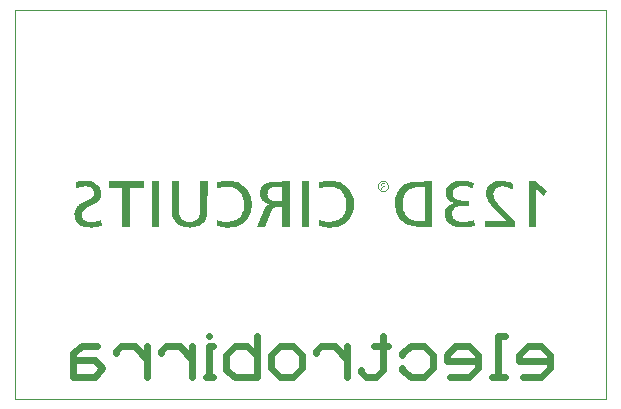
<source format=gbo>
G75*
G71*
%OFA0B0*%
%FSLAX23Y23*%
%IPPOS*%
%LPD*%
%ADD10C,0.1*%
%ADD11C,0.583*%
%LPD*%D10*
X0Y0D02*
X0Y100D01*
X0Y200D01*
X0Y299D01*
X0Y399D01*
X0Y499D01*
X0Y599D01*
X0Y699D01*
X0Y798D01*
X0Y898D01*
X0Y998D01*
X0Y1098D01*
X0Y1198D01*
X0Y1297D01*
X0Y1397D01*
X0Y1497D01*
X0Y1597D01*
X0Y1697D01*
X0Y1796D01*
X0Y1896D01*
X0Y1996D01*
X0Y2096D01*
X0Y2196D01*
X0Y2295D01*
X0Y2395D01*
X0Y2495D01*
X0Y2595D01*
X0Y2695D01*
X0Y2794D01*
X0Y2894D01*
X0Y2994D01*
X0Y3094D01*
X0Y3193D01*
X0Y3293D01*
X0Y3393D01*
X0Y3493D01*
X0Y3593D01*
X0Y3692D01*
X0Y3792D01*
X0Y3892D01*
X0Y3992D01*
X0Y4092D01*
X0Y4191D01*
X0Y4291D01*
X0Y4391D01*
X0Y4491D01*
X0Y4591D01*
X0Y4690D01*
X0Y4790D01*
X0Y4890D01*
X0Y4990D01*
X0Y5090D01*
X0Y5189D01*
X0Y5289D01*
X0Y5389D01*
X0Y5489D01*
X0Y5589D01*
X0Y5688D01*
X0Y5788D01*
X0Y5888D01*
X0Y5988D01*
X0Y6088D01*
X0Y6187D01*
X0Y6287D01*
X0Y6387D01*
X0Y6487D01*
X0Y6587D01*
X0Y6686D01*
X0Y6786D01*
X0Y6886D01*
X0Y6986D01*
X0Y7086D01*
X0Y7185D01*
X0Y7285D01*
X0Y7385D01*
X0Y7485D01*
X0Y7585D01*
X0Y7684D01*
X0Y7784D01*
X0Y7884D01*
X0Y7984D01*
X0Y8084D01*
X0Y8183D01*
X0Y8283D01*
X0Y8383D01*
X0Y8483D01*
X0Y8583D01*
X0Y8682D01*
X0Y8782D01*
X0Y8882D01*
X0Y8982D01*
X0Y9081D01*
X0Y9181D01*
X0Y9281D01*
X0Y9381D01*
X0Y9481D01*
X0Y9580D01*
X0Y9680D01*
X0Y9780D01*
X0Y9880D01*
X0Y9980D01*
X0Y10079D01*
X0Y10179D01*
X0Y10279D01*
X0Y10379D01*
X0Y10479D01*
X0Y10578D01*
X0Y10678D01*
X0Y10778D01*
X0Y10878D01*
X0Y10978D01*
X0Y11077D01*
X0Y11177D01*
X0Y11277D01*
X0Y11377D01*
X0Y11477D01*
X0Y11576D01*
X0Y11676D01*
X0Y11776D01*
X0Y11876D01*
X0Y11976D01*
X0Y12075D01*
X0Y12175D01*
X0Y12275D01*
X0Y12375D01*
X0Y12475D01*
X0Y12574D01*
X0Y12674D01*
X0Y12774D01*
X0Y12874D01*
X0Y12974D01*
X0Y13073D01*
X0Y13173D01*
X0Y13273D01*
X0Y13373D01*
X0Y13473D01*
X0Y13572D01*
X0Y13672D01*
X0Y13772D01*
X0Y13872D01*
X0Y13972D01*
X0Y14071D01*
X0Y14171D01*
X0Y14271D01*
X0Y14371D01*
X0Y14471D01*
X0Y14570D01*
X0Y14670D01*
X0Y14770D01*
X0Y14870D01*
X0Y14970D01*
X0Y15069D01*
X0Y15169D01*
X0Y15269D01*
X0Y15369D01*
X0Y15469D01*
X0Y15568D01*
X0Y15668D01*
X0Y15768D01*
X0Y15868D01*
X0Y15967D01*
X0Y16067D01*
X0Y16167D01*
X0Y16267D01*
X0Y16367D01*
X0Y16466D01*
X0Y16566D01*
X0Y16666D01*
X0Y16766D01*
X0Y16866D01*
X0Y16965D01*
X0Y17065D01*
X0Y17165D01*
X0Y17265D01*
X0Y17365D01*
X0Y17464D01*
X0Y17564D01*
X0Y17664D01*
X0Y17764D01*
X0Y17864D01*
X0Y17963D01*
X0Y18063D01*
X0Y18163D01*
X0Y18263D01*
X0Y18363D01*
X0Y18462D01*
X0Y18562D01*
X0Y18662D01*
X0Y18762D01*
X0Y18862D01*
X0Y18961D01*
X0Y19061D01*
X0Y19161D01*
X0Y19261D01*
X0Y19361D01*
X0Y19460D01*
X0Y19560D01*
X0Y19660D01*
X0Y19760D01*
X0Y19860D01*
X0Y19959D01*
X0Y20059D01*
X0Y20159D01*
X0Y20259D01*
X0Y20359D01*
X0Y20458D01*
X0Y20558D01*
X0Y20658D01*
X0Y20758D01*
X0Y20858D01*
X0Y20957D01*
X0Y21057D01*
X0Y21157D01*
X0Y21257D01*
X0Y21357D01*
X0Y21456D01*
X0Y21556D01*
X0Y21656D01*
X0Y21756D01*
X0Y21856D01*
X0Y21955D01*
X0Y22055D01*
X0Y22155D01*
X0Y22255D01*
X0Y22355D01*
X0Y22454D01*
X0Y22554D01*
X0Y22654D01*
X0Y22754D01*
X0Y22853D01*
X0Y22953D01*
X0Y23053D01*
X0Y23153D01*
X0Y23253D01*
X0Y23352D01*
X0Y23452D01*
X0Y23552D01*
X0Y23652D01*
X0Y23752D01*
X0Y23851D01*
X0Y23951D01*
X0Y24051D01*
X0Y24151D01*
X0Y24251D01*
X0Y24350D01*
X0Y24450D01*
X0Y24550D01*
X0Y24650D01*
X0Y24750D01*
X0Y24849D01*
X0Y24949D01*
X0Y25049D01*
X0Y25149D01*
X0Y25249D01*
X0Y25348D01*
X0Y25448D01*
X0Y25548D01*
X0Y25648D01*
X0Y25748D01*
X0Y25847D01*
X0Y25947D01*
X0Y26047D01*
X0Y26147D01*
X0Y26247D01*
X0Y26346D01*
X0Y26446D01*
X0Y26546D01*
X0Y26646D01*
X0Y26746D01*
X0Y26845D01*
X0Y26945D01*
X0Y27045D01*
X0Y27145D01*
X0Y27245D01*
X0Y27344D01*
X0Y27444D01*
X0Y27544D01*
X0Y27644D01*
X0Y27744D01*
X0Y27843D01*
X0Y27943D01*
X0Y28043D01*
X0Y28143D01*
X0Y28243D01*
X0Y28342D01*
X0Y28442D01*
X0Y28542D01*
X0Y28642D01*
X0Y28742D01*
X0Y28841D01*
X0Y28941D01*
X0Y29041D01*
X0Y29141D01*
X0Y29241D01*
X0Y29340D01*
X0Y29440D01*
X0Y29540D01*
X0Y29640D01*
X0Y29740D01*
X0Y29839D01*
X0Y29939D01*
X0Y30039D01*
X0Y30139D01*
X0Y30239D01*
X0Y30338D01*
X0Y30438D01*
X0Y30538D01*
X0Y30638D01*
X0Y30737D01*
X0Y30837D01*
X0Y30937D01*
X0Y31037D01*
X0Y31137D01*
X0Y31236D01*
X0Y31336D01*
X0Y31436D01*
X0Y31536D01*
X0Y31636D01*
X0Y31735D01*
X0Y31835D01*
X0Y31935D01*
X0Y32035D01*
X0Y32135D01*
X0Y32234D01*
X0Y32334D01*
X0Y32434D01*
X0Y32534D01*
X0Y32634D01*
X0Y32733D01*
X0Y32833D01*
X0Y32933D01*
X100Y32933D01*
X200Y32933D01*
X300Y32933D01*
X400Y32933D01*
X500Y32933D01*
X600Y32933D01*
X700Y32933D01*
X800Y32933D01*
X900Y32933D01*
X1000Y32933D01*
X1100Y32933D01*
X1200Y32933D01*
X1300Y32933D01*
X1400Y32933D01*
X1500Y32933D01*
X1600Y32933D01*
X1700Y32933D01*
X1800Y32933D01*
X1900Y32933D01*
X2000Y32933D01*
X2100Y32933D01*
X2200Y32933D01*
X2300Y32933D01*
X2400Y32933D01*
X2500Y32933D01*
X2600Y32933D01*
X2700Y32933D01*
X2800Y32933D01*
X2900Y32933D01*
X3000Y32933D01*
X3100Y32933D01*
X3200Y32933D01*
X3300Y32933D01*
X3400Y32933D01*
X3500Y32933D01*
X3600Y32933D01*
X3700Y32933D01*
X3800Y32933D01*
X3900Y32933D01*
X4000Y32933D01*
X4100Y32933D01*
X4200Y32933D01*
X4300Y32933D01*
X4400Y32933D01*
X4500Y32933D01*
X4600Y32933D01*
X4700Y32933D01*
X4800Y32933D01*
X4900Y32933D01*
X5000Y32933D01*
X5100Y32933D01*
X5200Y32933D01*
X5300Y32933D01*
X5400Y32933D01*
X5500Y32933D01*
X5600Y32933D01*
X5700Y32933D01*
X5800Y32933D01*
X5900Y32933D01*
X6000Y32933D01*
X6100Y32933D01*
X6200Y32933D01*
X6300Y32933D01*
X6400Y32933D01*
X6500Y32933D01*
X6600Y32933D01*
X6700Y32933D01*
X6800Y32933D01*
X6900Y32933D01*
X7000Y32933D01*
X7100Y32933D01*
X7200Y32933D01*
X7300Y32933D01*
X7400Y32933D01*
X7500Y32933D01*
X7600Y32933D01*
X7700Y32933D01*
X7800Y32933D01*
X7900Y32933D01*
X8000Y32933D01*
X8100Y32933D01*
X8200Y32933D01*
X8300Y32933D01*
X8400Y32933D01*
X8500Y32933D01*
X8600Y32933D01*
X8700Y32933D01*
X8800Y32933D01*
X8900Y32933D01*
X9000Y32933D01*
X9100Y32933D01*
X9200Y32933D01*
X9300Y32933D01*
X9400Y32933D01*
X9500Y32933D01*
X9600Y32933D01*
X9700Y32933D01*
X9800Y32933D01*
X9900Y32933D01*
X10000Y32933D01*
X10100Y32933D01*
X10200Y32933D01*
X10300Y32933D01*
X10400Y32933D01*
X10500Y32933D01*
X10600Y32933D01*
X10700Y32933D01*
X10800Y32933D01*
X10900Y32933D01*
X11000Y32933D01*
X11100Y32933D01*
X11200Y32933D01*
X11300Y32933D01*
X11400Y32933D01*
X11500Y32933D01*
X11600Y32933D01*
X11700Y32933D01*
X11800Y32933D01*
X11900Y32933D01*
X12000Y32933D01*
X12100Y32933D01*
X12200Y32933D01*
X12300Y32933D01*
X12400Y32933D01*
X12500Y32933D01*
X12600Y32933D01*
X12700Y32933D01*
X12800Y32933D01*
X12900Y32933D01*
X13000Y32933D01*
X13100Y32933D01*
X13200Y32933D01*
X13300Y32933D01*
X13400Y32933D01*
X13500Y32933D01*
X13600Y32933D01*
X13700Y32933D01*
X13800Y32933D01*
X13900Y32933D01*
X14000Y32933D01*
X14100Y32933D01*
X14200Y32933D01*
X14300Y32933D01*
X14400Y32933D01*
X14500Y32933D01*
X14600Y32933D01*
X14700Y32933D01*
X14800Y32933D01*
X14900Y32933D01*
X15000Y32933D01*
X15100Y32933D01*
X15200Y32933D01*
X15300Y32933D01*
X15400Y32933D01*
X15500Y32933D01*
X15600Y32933D01*
X15700Y32933D01*
X15800Y32933D01*
X15900Y32933D01*
X16000Y32933D01*
X16100Y32933D01*
X16200Y32933D01*
X16300Y32933D01*
X16400Y32933D01*
X16500Y32933D01*
X16600Y32933D01*
X16700Y32933D01*
X16800Y32933D01*
X16900Y32933D01*
X17000Y32933D01*
X17100Y32933D01*
X17200Y32933D01*
X17300Y32933D01*
X17400Y32933D01*
X17500Y32933D01*
X17600Y32933D01*
X17700Y32933D01*
X17800Y32933D01*
X17900Y32933D01*
X18000Y32933D01*
X18100Y32933D01*
X18200Y32933D01*
X18300Y32933D01*
X18400Y32933D01*
X18500Y32933D01*
X18600Y32933D01*
X18700Y32933D01*
X18800Y32933D01*
X18900Y32933D01*
X19000Y32933D01*
X19100Y32933D01*
X19200Y32933D01*
X19300Y32933D01*
X19400Y32933D01*
X19500Y32933D01*
X19600Y32933D01*
X19700Y32933D01*
X19800Y32933D01*
X19900Y32933D01*
X20000Y32933D01*
X20100Y32933D01*
X20200Y32933D01*
X20300Y32933D01*
X20400Y32933D01*
X20500Y32933D01*
X20600Y32933D01*
X20700Y32933D01*
X20800Y32933D01*
X20900Y32933D01*
X21000Y32933D01*
X21100Y32933D01*
X21200Y32933D01*
X21300Y32933D01*
X21400Y32933D01*
X21500Y32933D01*
X21600Y32933D01*
X21700Y32933D01*
X21800Y32933D01*
X21900Y32933D01*
X22000Y32933D01*
X22100Y32933D01*
X22200Y32933D01*
X22300Y32933D01*
X22400Y32933D01*
X22500Y32933D01*
X22600Y32933D01*
X22700Y32933D01*
X22800Y32933D01*
X22900Y32933D01*
X23000Y32933D01*
X23100Y32933D01*
X23200Y32933D01*
X23300Y32933D01*
X23400Y32933D01*
X23500Y32933D01*
X23600Y32933D01*
X23700Y32933D01*
X23800Y32933D01*
X23900Y32933D01*
X24000Y32933D01*
X24100Y32933D01*
X24200Y32933D01*
X24300Y32933D01*
X24400Y32933D01*
X24500Y32933D01*
X24600Y32933D01*
X24700Y32933D01*
X24800Y32933D01*
X24900Y32933D01*
X25000Y32933D01*
X25100Y32933D01*
X25200Y32933D01*
X25300Y32933D01*
X25400Y32933D01*
X25500Y32933D01*
X25600Y32933D01*
X25700Y32933D01*
X25800Y32933D01*
X25900Y32933D01*
X26000Y32933D01*
X26100Y32933D01*
X26200Y32933D01*
X26300Y32933D01*
X26400Y32933D01*
X26500Y32933D01*
X26600Y32933D01*
X26700Y32933D01*
X26800Y32933D01*
X26900Y32933D01*
X27000Y32933D01*
X27100Y32933D01*
X27200Y32933D01*
X27300Y32933D01*
X27400Y32933D01*
X27500Y32933D01*
X27600Y32933D01*
X27700Y32933D01*
X27800Y32933D01*
X27900Y32933D01*
X28000Y32933D01*
X28100Y32933D01*
X28200Y32933D01*
X28300Y32933D01*
X28400Y32933D01*
X28500Y32933D01*
X28600Y32933D01*
X28700Y32933D01*
X28800Y32933D01*
X28900Y32933D01*
X29000Y32933D01*
X29100Y32933D01*
X29200Y32933D01*
X29300Y32933D01*
X29400Y32933D01*
X29500Y32933D01*
X29600Y32933D01*
X29700Y32933D01*
X29800Y32933D01*
X29900Y32933D01*
X30000Y32933D01*
X30100Y32933D01*
X30200Y32933D01*
X30300Y32933D01*
X30400Y32933D01*
X30500Y32933D01*
X30600Y32933D01*
X30700Y32933D01*
X30800Y32933D01*
X30900Y32933D01*
X31000Y32933D01*
X31100Y32933D01*
X31200Y32933D01*
X31300Y32933D01*
X31400Y32933D01*
X31500Y32933D01*
X31600Y32933D01*
X31700Y32933D01*
X31800Y32933D01*
X31900Y32933D01*
X32000Y32933D01*
X32100Y32933D01*
X32200Y32933D01*
X32300Y32933D01*
X32400Y32933D01*
X32500Y32933D01*
X32600Y32933D01*
X32700Y32933D01*
X32800Y32933D01*
X32900Y32933D01*
X33000Y32933D01*
X33100Y32933D01*
X33200Y32933D01*
X33300Y32933D01*
X33400Y32933D01*
X33500Y32933D01*
X33600Y32933D01*
X33700Y32933D01*
X33800Y32933D01*
X33900Y32933D01*
X34000Y32933D01*
X34100Y32933D01*
X34200Y32933D01*
X34300Y32933D01*
X34400Y32933D01*
X34500Y32933D01*
X34600Y32933D01*
X34700Y32933D01*
X34800Y32933D01*
X34900Y32933D01*
X35000Y32933D01*
X35100Y32933D01*
X35200Y32933D01*
X35300Y32933D01*
X35400Y32933D01*
X35500Y32933D01*
X35600Y32933D01*
X35700Y32933D01*
X35800Y32933D01*
X35900Y32933D01*
X36000Y32933D01*
X36100Y32933D01*
X36200Y32933D01*
X36300Y32933D01*
X36400Y32933D01*
X36500Y32933D01*
X36600Y32933D01*
X36700Y32933D01*
X36800Y32933D01*
X36900Y32933D01*
X37000Y32933D01*
X37100Y32933D01*
X37200Y32933D01*
X37300Y32933D01*
X37400Y32933D01*
X37500Y32933D01*
X37600Y32933D01*
X37700Y32933D01*
X37800Y32933D01*
X37900Y32933D01*
X38000Y32933D01*
X38100Y32933D01*
X38200Y32933D01*
X38300Y32933D01*
X38400Y32933D01*
X38500Y32933D01*
X38600Y32933D01*
X38700Y32933D01*
X38800Y32933D01*
X38900Y32933D01*
X39000Y32933D01*
X39100Y32933D01*
X39200Y32933D01*
X39300Y32933D01*
X39400Y32933D01*
X39500Y32933D01*
X39600Y32933D01*
X39700Y32933D01*
X39800Y32933D01*
X39900Y32933D01*
X40000Y32933D01*
X40100Y32933D01*
X40200Y32933D01*
X40300Y32933D01*
X40400Y32933D01*
X40500Y32933D01*
X40600Y32933D01*
X40700Y32933D01*
X40800Y32933D01*
X40900Y32933D01*
X41000Y32933D01*
X41100Y32933D01*
X41200Y32933D01*
X41300Y32933D01*
X41400Y32933D01*
X41500Y32933D01*
X41600Y32933D01*
X41700Y32933D01*
X41800Y32933D01*
X41900Y32933D01*
X42000Y32933D01*
X42100Y32933D01*
X42200Y32933D01*
X42300Y32933D01*
X42400Y32933D01*
X42500Y32933D01*
X42600Y32933D01*
X42700Y32933D01*
X42800Y32933D01*
X42900Y32933D01*
X43000Y32933D01*
X43100Y32933D01*
X43200Y32933D01*
X43300Y32933D01*
X43400Y32933D01*
X43500Y32933D01*
X43600Y32933D01*
X43700Y32933D01*
X43800Y32933D01*
X43900Y32933D01*
X44000Y32933D01*
X44100Y32933D01*
X44200Y32933D01*
X44300Y32933D01*
X44400Y32933D01*
X44500Y32933D01*
X44600Y32933D01*
X44700Y32933D01*
X44800Y32933D01*
X44900Y32933D01*
X45000Y32933D01*
X45100Y32933D01*
X45200Y32933D01*
X45300Y32933D01*
X45400Y32933D01*
X45500Y32933D01*
X45600Y32933D01*
X45700Y32933D01*
X45800Y32933D01*
X45900Y32933D01*
X46000Y32933D01*
X46100Y32933D01*
X46200Y32933D01*
X46300Y32933D01*
X46400Y32933D01*
X46500Y32933D01*
X46600Y32933D01*
X46700Y32933D01*
X46800Y32933D01*
X46900Y32933D01*
X47000Y32933D01*
X47100Y32933D01*
X47200Y32933D01*
X47300Y32933D01*
X47400Y32933D01*
X47500Y32933D01*
X47600Y32933D01*
X47700Y32933D01*
X47800Y32933D01*
X47900Y32933D01*
X48000Y32933D01*
X48100Y32933D01*
X48200Y32933D01*
X48300Y32933D01*
X48400Y32933D01*
X48500Y32933D01*
X48600Y32933D01*
X48700Y32933D01*
X48800Y32933D01*
X48900Y32933D01*
X49000Y32933D01*
X49100Y32933D01*
X49200Y32933D01*
X49300Y32933D01*
X49400Y32933D01*
X49500Y32933D01*
X49600Y32933D01*
X49700Y32933D01*
X49800Y32933D01*
X49900Y32933D01*
X50000Y32933D01*
X50000Y32833D01*
X50000Y32734D01*
X50000Y32634D01*
X50000Y32534D01*
X50000Y32434D01*
X50000Y32334D01*
X50000Y32235D01*
X50000Y32135D01*
X50000Y32035D01*
X50000Y31935D01*
X50000Y31835D01*
X50000Y31736D01*
X50000Y31636D01*
X50000Y31536D01*
X50000Y31436D01*
X50000Y31336D01*
X50000Y31237D01*
X50000Y31137D01*
X50000Y31037D01*
X50000Y30937D01*
X50000Y30837D01*
X50000Y30738D01*
X50000Y30638D01*
X50000Y30538D01*
X50000Y30438D01*
X50000Y30338D01*
X50000Y30239D01*
X50000Y30139D01*
X50000Y30039D01*
X50000Y29939D01*
X50000Y29839D01*
X50000Y29740D01*
X50000Y29640D01*
X50000Y29540D01*
X50000Y29440D01*
X50000Y29340D01*
X50000Y29241D01*
X50000Y29141D01*
X50000Y29041D01*
X50000Y28941D01*
X50000Y28841D01*
X50000Y28742D01*
X50000Y28642D01*
X50000Y28542D01*
X50000Y28442D01*
X50000Y28342D01*
X50000Y28243D01*
X50000Y28143D01*
X50000Y28043D01*
X50000Y27943D01*
X50000Y27843D01*
X50000Y27744D01*
X50000Y27644D01*
X50000Y27544D01*
X50000Y27444D01*
X50000Y27344D01*
X50000Y27245D01*
X50000Y27145D01*
X50000Y27045D01*
X50000Y26945D01*
X50000Y26845D01*
X50000Y26746D01*
X50000Y26646D01*
X50000Y26546D01*
X50000Y26446D01*
X50000Y26347D01*
X50000Y26247D01*
X50000Y26147D01*
X50000Y26047D01*
X50000Y25947D01*
X50000Y25848D01*
X50000Y25748D01*
X50000Y25648D01*
X50000Y25548D01*
X50000Y25448D01*
X50000Y25349D01*
X50000Y25249D01*
X50000Y25149D01*
X50000Y25049D01*
X50000Y24949D01*
X50000Y24850D01*
X50000Y24750D01*
X50000Y24650D01*
X50000Y24550D01*
X50000Y24450D01*
X50000Y24351D01*
X50000Y24251D01*
X50000Y24151D01*
X50000Y24051D01*
X50000Y23951D01*
X50000Y23852D01*
X50000Y23752D01*
X50000Y23652D01*
X50000Y23552D01*
X50000Y23452D01*
X50000Y23353D01*
X50000Y23253D01*
X50000Y23153D01*
X50000Y23053D01*
X50000Y22953D01*
X50000Y22854D01*
X50000Y22754D01*
X50000Y22654D01*
X50000Y22554D01*
X50000Y22454D01*
X50000Y22355D01*
X50000Y22255D01*
X50000Y22155D01*
X50000Y22055D01*
X50000Y21955D01*
X50000Y21856D01*
X50000Y21756D01*
X50000Y21656D01*
X50000Y21556D01*
X50000Y21456D01*
X50000Y21357D01*
X50000Y21257D01*
X50000Y21157D01*
X50000Y21057D01*
X50000Y20957D01*
X50000Y20858D01*
X50000Y20758D01*
X50000Y20658D01*
X50000Y20558D01*
X50000Y20459D01*
X50000Y20359D01*
X50000Y20259D01*
X50000Y20159D01*
X50000Y20059D01*
X50000Y19960D01*
X50000Y19860D01*
X50000Y19760D01*
X50000Y19660D01*
X50000Y19560D01*
X50000Y19461D01*
X50000Y19361D01*
X50000Y19261D01*
X50000Y19161D01*
X50000Y19061D01*
X50000Y18962D01*
X50000Y18862D01*
X50000Y18762D01*
X50000Y18662D01*
X50000Y18562D01*
X50000Y18463D01*
X50000Y18363D01*
X50000Y18263D01*
X50000Y18163D01*
X50000Y18063D01*
X50000Y17964D01*
X50000Y17864D01*
X50000Y17764D01*
X50000Y17664D01*
X50000Y17564D01*
X50000Y17465D01*
X50000Y17365D01*
X50000Y17265D01*
X50000Y17165D01*
X50000Y17065D01*
X50000Y16966D01*
X50000Y16866D01*
X50000Y16766D01*
X50000Y16666D01*
X50000Y16566D01*
X50000Y16467D01*
X50000Y16367D01*
X50000Y16267D01*
X50000Y16167D01*
X50000Y16067D01*
X50000Y15968D01*
X50000Y15868D01*
X50000Y15768D01*
X50000Y15668D01*
X50000Y15568D01*
X50000Y15469D01*
X50000Y15369D01*
X50000Y15269D01*
X50000Y15169D01*
X50000Y15069D01*
X50000Y14970D01*
X50000Y14870D01*
X50000Y14770D01*
X50000Y14670D01*
X50000Y14570D01*
X50000Y14471D01*
X50000Y14371D01*
X50000Y14271D01*
X50000Y14171D01*
X50000Y14071D01*
X50000Y13972D01*
X50000Y13872D01*
X50000Y13772D01*
X50000Y13672D01*
X50000Y13573D01*
X50000Y13473D01*
X50000Y13373D01*
X50000Y13273D01*
X50000Y13173D01*
X50000Y13074D01*
X50000Y12974D01*
X50000Y12874D01*
X50000Y12774D01*
X50000Y12674D01*
X50000Y12575D01*
X50000Y12475D01*
X50000Y12375D01*
X50000Y12275D01*
X50000Y12175D01*
X50000Y12076D01*
X50000Y11976D01*
X50000Y11876D01*
X50000Y11776D01*
X50000Y11676D01*
X50000Y11577D01*
X50000Y11477D01*
X50000Y11377D01*
X50000Y11277D01*
X50000Y11177D01*
X50000Y11078D01*
X50000Y10978D01*
X50000Y10878D01*
X50000Y10778D01*
X50000Y10678D01*
X50000Y10579D01*
X50000Y10479D01*
X50000Y10379D01*
X50000Y10279D01*
X50000Y10179D01*
X50000Y10080D01*
X50000Y9980D01*
X50000Y9880D01*
X50000Y9780D01*
X50000Y9680D01*
X50000Y9581D01*
X50000Y9481D01*
X50000Y9381D01*
X50000Y9281D01*
X50000Y9181D01*
X50000Y9082D01*
X50000Y8982D01*
X50000Y8882D01*
X50000Y8782D01*
X50000Y8682D01*
X50000Y8583D01*
X50000Y8483D01*
X50000Y8383D01*
X50000Y8283D01*
X50000Y8183D01*
X50000Y8084D01*
X50000Y7984D01*
X50000Y7884D01*
X50000Y7784D01*
X50000Y7684D01*
X50000Y7585D01*
X50000Y7485D01*
X50000Y7385D01*
X50000Y7285D01*
X50000Y7185D01*
X50000Y7086D01*
X50000Y6986D01*
X50000Y6886D01*
X50000Y6786D01*
X50000Y6686D01*
X50000Y6587D01*
X50000Y6487D01*
X50000Y6387D01*
X50000Y6287D01*
X50000Y6188D01*
X50000Y6088D01*
X50000Y5988D01*
X50000Y5888D01*
X50000Y5788D01*
X50000Y5689D01*
X50000Y5589D01*
X50000Y5489D01*
X50000Y5389D01*
X50000Y5289D01*
X50000Y5190D01*
X50000Y5090D01*
X50000Y4990D01*
X50000Y4890D01*
X50000Y4790D01*
X50000Y4691D01*
X50000Y4591D01*
X50000Y4491D01*
X50000Y4391D01*
X50000Y4291D01*
X50000Y4192D01*
X50000Y4092D01*
X50000Y3992D01*
X50000Y3892D01*
X50000Y3792D01*
X50000Y3693D01*
X50000Y3593D01*
X50000Y3493D01*
X50000Y3393D01*
X50000Y3293D01*
X50000Y3194D01*
X50000Y3094D01*
X50000Y2994D01*
X50000Y2894D01*
X50000Y2794D01*
X50000Y2695D01*
X50000Y2595D01*
X50000Y2495D01*
X50000Y2395D01*
X50000Y2295D01*
X50000Y2196D01*
X50000Y2096D01*
X50000Y1996D01*
X50000Y1896D01*
X50000Y1796D01*
X50000Y1697D01*
X50000Y1597D01*
X50000Y1497D01*
X50000Y1397D01*
X50000Y1297D01*
X50000Y1198D01*
X50000Y1098D01*
X50000Y998D01*
X50000Y898D01*
X50000Y798D01*
X50000Y699D01*
X50000Y599D01*
X50000Y499D01*
X50000Y399D01*
X50000Y299D01*
X50000Y200D01*
X50000Y100D01*
X50000Y0D01*
X49900Y0D01*
X49800Y0D01*
X49700Y0D01*
X49600Y0D01*
X49500Y0D01*
X49400Y0D01*
X49300Y0D01*
X49200Y0D01*
X49100Y0D01*
X49000Y0D01*
X48900Y0D01*
X48800Y0D01*
X48700Y0D01*
X48600Y0D01*
X48500Y0D01*
X48400Y0D01*
X48300Y0D01*
X48200Y0D01*
X48100Y0D01*
X48000Y0D01*
X47900Y0D01*
X47800Y0D01*
X47700Y0D01*
X47600Y0D01*
X47500Y0D01*
X47400Y0D01*
X47300Y0D01*
X47200Y0D01*
X47100Y0D01*
X47000Y0D01*
X46900Y0D01*
X46800Y0D01*
X46700Y0D01*
X46600Y0D01*
X46500Y0D01*
X46400Y0D01*
X46300Y0D01*
X46200Y0D01*
X46100Y0D01*
X46000Y0D01*
X45900Y0D01*
X45800Y0D01*
X45700Y0D01*
X45600Y0D01*
X45500Y0D01*
X45400Y0D01*
X45300Y0D01*
X45200Y0D01*
X45100Y0D01*
X45000Y0D01*
X44900Y0D01*
X44800Y0D01*
X44700Y0D01*
X44600Y0D01*
X44500Y0D01*
X44400Y0D01*
X44300Y0D01*
X44200Y0D01*
X44100Y0D01*
X44000Y0D01*
X43900Y0D01*
X43800Y0D01*
X43700Y0D01*
X43600Y0D01*
X43500Y0D01*
X43400Y0D01*
X43300Y0D01*
X43200Y0D01*
X43100Y0D01*
X43000Y0D01*
X42900Y0D01*
X42800Y0D01*
X42700Y0D01*
X42600Y0D01*
X42500Y0D01*
X42400Y0D01*
X42300Y0D01*
X42200Y0D01*
X42100Y0D01*
X42000Y0D01*
X41900Y0D01*
X41800Y0D01*
X41700Y0D01*
X41600Y0D01*
X41500Y0D01*
X41400Y0D01*
X41300Y0D01*
X41200Y0D01*
X41100Y0D01*
X41000Y0D01*
X40900Y0D01*
X40800Y0D01*
X40700Y0D01*
X40600Y0D01*
X40500Y0D01*
X40400Y0D01*
X40300Y0D01*
X40200Y0D01*
X40100Y0D01*
X40000Y0D01*
X39900Y0D01*
X39800Y0D01*
X39700Y0D01*
X39600Y0D01*
X39500Y0D01*
X39400Y0D01*
X39300Y0D01*
X39200Y0D01*
X39100Y0D01*
X39000Y0D01*
X38900Y0D01*
X38800Y0D01*
X38700Y0D01*
X38600Y0D01*
X38500Y0D01*
X38400Y0D01*
X38300Y0D01*
X38200Y0D01*
X38100Y0D01*
X38000Y0D01*
X37900Y0D01*
X37800Y0D01*
X37700Y0D01*
X37600Y0D01*
X37500Y0D01*
X37400Y0D01*
X37300Y0D01*
X37200Y0D01*
X37100Y0D01*
X37000Y0D01*
X36900Y0D01*
X36800Y0D01*
X36700Y0D01*
X36600Y0D01*
X36500Y0D01*
X36400Y0D01*
X36300Y0D01*
X36200Y0D01*
X36100Y0D01*
X36000Y0D01*
X35900Y0D01*
X35800Y0D01*
X35700Y0D01*
X35600Y0D01*
X35500Y0D01*
X35400Y0D01*
X35300Y0D01*
X35200Y0D01*
X35100Y0D01*
X35000Y0D01*
X34900Y0D01*
X34800Y0D01*
X34700Y0D01*
X34600Y0D01*
X34500Y0D01*
X34400Y0D01*
X34300Y0D01*
X34200Y0D01*
X34100Y0D01*
X34000Y0D01*
X33900Y0D01*
X33800Y0D01*
X33700Y0D01*
X33600Y0D01*
X33500Y0D01*
X33400Y0D01*
X33300Y0D01*
X33200Y0D01*
X33100Y0D01*
X33000Y0D01*
X32900Y0D01*
X32800Y0D01*
X32700Y0D01*
X32600Y0D01*
X32500Y0D01*
X32400Y0D01*
X32300Y0D01*
X32200Y0D01*
X32100Y0D01*
X32000Y0D01*
X31900Y0D01*
X31800Y0D01*
X31700Y0D01*
X31600Y0D01*
X31500Y0D01*
X31400Y0D01*
X31300Y0D01*
X31200Y0D01*
X31100Y0D01*
X31000Y0D01*
X30900Y0D01*
X30800Y0D01*
X30700Y0D01*
X30600Y0D01*
X30500Y0D01*
X30400Y0D01*
X30300Y0D01*
X30200Y0D01*
X30100Y0D01*
X30000Y0D01*
X29900Y0D01*
X29800Y0D01*
X29700Y0D01*
X29600Y0D01*
X29500Y0D01*
X29400Y0D01*
X29300Y0D01*
X29200Y0D01*
X29100Y0D01*
X29000Y0D01*
X28900Y0D01*
X28800Y0D01*
X28700Y0D01*
X28600Y0D01*
X28500Y0D01*
X28400Y0D01*
X28300Y0D01*
X28200Y0D01*
X28100Y0D01*
X28000Y0D01*
X27900Y0D01*
X27800Y0D01*
X27700Y0D01*
X27600Y0D01*
X27500Y0D01*
X27400Y0D01*
X27300Y0D01*
X27200Y0D01*
X27100Y0D01*
X27000Y0D01*
X26900Y0D01*
X26800Y0D01*
X26700Y0D01*
X26600Y0D01*
X26500Y0D01*
X26400Y0D01*
X26300Y0D01*
X26200Y0D01*
X26100Y0D01*
X26000Y0D01*
X25900Y0D01*
X25800Y0D01*
X25700Y0D01*
X25600Y0D01*
X25500Y0D01*
X25400Y0D01*
X25300Y0D01*
X25200Y0D01*
X25100Y0D01*
X25000Y0D01*
X24900Y0D01*
X24800Y0D01*
X24700Y0D01*
X24600Y0D01*
X24500Y0D01*
X24400Y0D01*
X24300Y0D01*
X24200Y0D01*
X24100Y0D01*
X24000Y0D01*
X23900Y0D01*
X23800Y0D01*
X23700Y0D01*
X23600Y0D01*
X23500Y0D01*
X23400Y0D01*
X23300Y0D01*
X23200Y0D01*
X23100Y0D01*
X23000Y0D01*
X22900Y0D01*
X22800Y0D01*
X22700Y0D01*
X22600Y0D01*
X22500Y0D01*
X22400Y0D01*
X22300Y0D01*
X22200Y0D01*
X22100Y0D01*
X22000Y0D01*
X21900Y0D01*
X21800Y0D01*
X21700Y0D01*
X21600Y0D01*
X21500Y0D01*
X21400Y0D01*
X21300Y0D01*
X21200Y0D01*
X21100Y0D01*
X21000Y0D01*
X20900Y0D01*
X20800Y0D01*
X20700Y0D01*
X20600Y0D01*
X20500Y0D01*
X20400Y0D01*
X20300Y0D01*
X20200Y0D01*
X20100Y0D01*
X20000Y0D01*
X19900Y0D01*
X19800Y0D01*
X19700Y0D01*
X19600Y0D01*
X19500Y0D01*
X19400Y0D01*
X19300Y0D01*
X19200Y0D01*
X19100Y0D01*
X19000Y0D01*
X18900Y0D01*
X18800Y0D01*
X18700Y0D01*
X18600Y0D01*
X18500Y0D01*
X18400Y0D01*
X18300Y0D01*
X18200Y0D01*
X18100Y0D01*
X18000Y0D01*
X17900Y0D01*
X17800Y0D01*
X17700Y0D01*
X17600Y0D01*
X17500Y0D01*
X17400Y0D01*
X17300Y0D01*
X17200Y0D01*
X17100Y0D01*
X17000Y0D01*
X16900Y0D01*
X16800Y0D01*
X16700Y0D01*
X16600Y0D01*
X16500Y0D01*
X16400Y0D01*
X16300Y0D01*
X16200Y0D01*
X16100Y0D01*
X16000Y0D01*
X15900Y0D01*
X15800Y0D01*
X15700Y0D01*
X15600Y0D01*
X15500Y0D01*
X15400Y0D01*
X15300Y0D01*
X15200Y0D01*
X15100Y0D01*
X15000Y0D01*
X14900Y0D01*
X14800Y0D01*
X14700Y0D01*
X14600Y0D01*
X14500Y0D01*
X14400Y0D01*
X14300Y0D01*
X14200Y0D01*
X14100Y0D01*
X14000Y0D01*
X13900Y0D01*
X13800Y0D01*
X13700Y0D01*
X13600Y0D01*
X13500Y0D01*
X13400Y0D01*
X13300Y0D01*
X13200Y0D01*
X13100Y0D01*
X13000Y0D01*
X12900Y0D01*
X12800Y0D01*
X12700Y0D01*
X12600Y0D01*
X12500Y0D01*
X12400Y0D01*
X12300Y0D01*
X12200Y0D01*
X12100Y0D01*
X12000Y0D01*
X11900Y0D01*
X11800Y0D01*
X11700Y0D01*
X11600Y0D01*
X11500Y0D01*
X11400Y0D01*
X11300Y0D01*
X11200Y0D01*
X11100Y0D01*
X11000Y0D01*
X10900Y0D01*
X10800Y0D01*
X10700Y0D01*
X10600Y0D01*
X10500Y0D01*
X10400Y0D01*
X10300Y0D01*
X10200Y0D01*
X10100Y0D01*
X10000Y0D01*
X9900Y0D01*
X9800Y0D01*
X9700Y0D01*
X9600Y0D01*
X9500Y0D01*
X9400Y0D01*
X9300Y0D01*
X9200Y0D01*
X9100Y0D01*
X9000Y0D01*
X8900Y0D01*
X8800Y0D01*
X8700Y0D01*
X8600Y0D01*
X8500Y0D01*
X8400Y0D01*
X8300Y0D01*
X8200Y0D01*
X8100Y0D01*
X8000Y0D01*
X7900Y0D01*
X7800Y0D01*
X7700Y0D01*
X7600Y0D01*
X7500Y0D01*
X7400Y0D01*
X7300Y0D01*
X7200Y0D01*
X7100Y0D01*
X7000Y0D01*
X6900Y0D01*
X6800Y0D01*
X6700Y0D01*
X6600Y0D01*
X6500Y0D01*
X6400Y0D01*
X6300Y0D01*
X6200Y0D01*
X6100Y0D01*
X6000Y0D01*
X5900Y0D01*
X5800Y0D01*
X5700Y0D01*
X5600Y0D01*
X5500Y0D01*
X5400Y0D01*
X5300Y0D01*
X5200Y0D01*
X5100Y0D01*
X5000Y0D01*
X4900Y0D01*
X4800Y0D01*
X4700Y0D01*
X4600Y0D01*
X4500Y0D01*
X4400Y0D01*
X4300Y0D01*
X4200Y0D01*
X4100Y0D01*
X4000Y0D01*
X3900Y0D01*
X3800Y0D01*
X3700Y0D01*
X3600Y0D01*
X3500Y0D01*
X3400Y0D01*
X3300Y0D01*
X3200Y0D01*
X3100Y0D01*
X3000Y0D01*
X2900Y0D01*
X2800Y0D01*
X2700Y0D01*
X2600Y0D01*
X2500Y0D01*
X2400Y0D01*
X2300Y0D01*
X2200Y0D01*
X2100Y0D01*
X2000Y0D01*
X1900Y0D01*
X1800Y0D01*
X1700Y0D01*
X1600Y0D01*
X1500Y0D01*
X1400Y0D01*
X1300Y0D01*
X1200Y0D01*
X1100Y0D01*
X1000Y0D01*
X900Y0D01*
X800Y0D01*
X700Y0D01*
X600Y0D01*
X500Y0D01*
X400Y0D01*
X300Y0D01*
X200Y0D01*
X100Y0D01*
X0Y0D01*
X0Y0D01*
G36*
X44068Y14550D02*
X44068Y17751D01*
X44752Y17197D01*
X45000Y17613D01*
X43992Y18389D01*
X43463Y18389D01*
X43463Y14550D01*
X44068Y14550D01*
G37*
G36*
X42306Y14550D02*
X42306Y15022D01*
X41021Y16333D01*
X40855Y16522D01*
X40706Y16720D01*
X40641Y16821D01*
X40585Y16924D01*
X40539Y17027D01*
X40505Y17132D01*
X40483Y17237D01*
X40475Y17342D01*
X40479Y17415D01*
X40491Y17484D01*
X40509Y17549D01*
X40535Y17610D01*
X40567Y17666D01*
X40604Y17717D01*
X40647Y17764D01*
X40695Y17807D01*
X40747Y17844D01*
X40804Y17877D01*
X40863Y17905D01*
X40926Y17928D01*
X40993Y17946D01*
X41060Y17959D01*
X41130Y17967D01*
X41201Y17969D01*
X41328Y17964D01*
X41452Y17949D01*
X41633Y17910D01*
X41750Y17876D01*
X41978Y17787D01*
X42145Y17710D01*
X42173Y18205D01*
X41923Y18302D01*
X41665Y18378D01*
X41532Y18407D01*
X41398Y18429D01*
X41263Y18442D01*
X41126Y18447D01*
X41000Y18443D01*
X40878Y18433D01*
X40758Y18414D01*
X40643Y18387D01*
X40532Y18354D01*
X40427Y18311D01*
X40329Y18260D01*
X40237Y18201D01*
X40153Y18132D01*
X40078Y18055D01*
X40013Y17969D01*
X39958Y17874D01*
X39913Y17769D01*
X39881Y17653D01*
X39860Y17529D01*
X39853Y17394D01*
X39861Y17265D01*
X39885Y17139D01*
X39923Y17014D01*
X39974Y16892D01*
X40035Y16772D01*
X40106Y16655D01*
X40270Y16427D01*
X41569Y15016D01*
X39790Y15016D01*
X39790Y14550D01*
X42306Y14550D01*
X42306Y14550D01*
G37*
G36*
X38863Y15131D02*
X38750Y15089D01*
X38634Y15053D01*
X38394Y15000D01*
X38154Y14968D01*
X37925Y14958D01*
X37830Y14961D01*
X37738Y14969D01*
X37649Y14982D01*
X37563Y15001D01*
X37480Y15026D01*
X37402Y15056D01*
X37328Y15092D01*
X37260Y15134D01*
X37198Y15182D01*
X37142Y15237D01*
X37093Y15298D01*
X37052Y15366D01*
X37019Y15441D01*
X36995Y15522D01*
X36980Y15611D01*
X36975Y15706D01*
X36980Y15794D01*
X36995Y15875D01*
X37020Y15946D01*
X37053Y16011D01*
X37094Y16069D01*
X37143Y16121D01*
X37199Y16165D01*
X37260Y16204D01*
X37326Y16237D01*
X37398Y16265D01*
X37474Y16287D01*
X37553Y16305D01*
X37634Y16318D01*
X37804Y16332D01*
X38397Y16334D01*
X38397Y16766D01*
X37866Y16768D01*
X37681Y16784D01*
X37594Y16798D01*
X37511Y16818D01*
X37434Y16842D01*
X37364Y16872D01*
X37298Y16906D01*
X37239Y16948D01*
X37186Y16995D01*
X37141Y17048D01*
X37103Y17109D01*
X37072Y17175D01*
X37051Y17251D01*
X37037Y17332D01*
X37032Y17422D01*
X37038Y17501D01*
X37052Y17572D01*
X37075Y17637D01*
X37107Y17696D01*
X37145Y17748D01*
X37191Y17795D01*
X37243Y17836D01*
X37300Y17871D01*
X37363Y17901D01*
X37429Y17927D01*
X37499Y17948D01*
X37572Y17965D01*
X37647Y17977D01*
X37801Y17991D01*
X37984Y17989D01*
X38206Y17964D01*
X38432Y17917D01*
X38654Y17849D01*
X38760Y17808D01*
X38794Y18280D01*
X38550Y18352D01*
X38302Y18404D01*
X38049Y18436D01*
X37792Y18447D01*
X37540Y18435D01*
X37415Y18420D01*
X37294Y18399D01*
X37175Y18370D01*
X37061Y18333D01*
X36953Y18289D01*
X36852Y18237D01*
X36759Y18176D01*
X36674Y18106D01*
X36600Y18026D01*
X36537Y17937D01*
X36486Y17838D01*
X36448Y17728D01*
X36424Y17606D01*
X36416Y17475D01*
X36421Y17384D01*
X36431Y17299D01*
X36449Y17219D01*
X36474Y17142D01*
X36506Y17070D01*
X36543Y17002D01*
X36586Y16938D01*
X36635Y16879D01*
X36690Y16825D01*
X36749Y16774D01*
X36814Y16728D01*
X36883Y16687D01*
X36956Y16649D01*
X37033Y16617D01*
X37115Y16588D01*
X37200Y16564D01*
X37112Y16550D01*
X37027Y16529D01*
X36945Y16503D01*
X36866Y16471D01*
X36792Y16435D01*
X36721Y16393D01*
X36654Y16345D01*
X36593Y16293D01*
X36538Y16235D01*
X36489Y16173D01*
X36445Y16106D01*
X36409Y16033D01*
X36381Y15957D01*
X36360Y15876D01*
X36346Y15791D01*
X36342Y15701D01*
X36351Y15546D01*
X36376Y15403D01*
X36419Y15271D01*
X36475Y15150D01*
X36546Y15039D01*
X36630Y14940D01*
X36725Y14851D01*
X36831Y14772D01*
X36945Y14703D01*
X37068Y14645D01*
X37199Y14595D01*
X37335Y14555D01*
X37476Y14525D01*
X37621Y14503D01*
X37769Y14491D01*
X38112Y14491D01*
X38359Y14512D01*
X38599Y14553D01*
X38717Y14582D01*
X38898Y14636D01*
X38863Y15131D01*
X38863Y15131D01*
X38863Y15131D01*
G37*
G36*
X32154Y16753D02*
X32179Y16966D01*
X32220Y17165D01*
X32278Y17348D01*
X32351Y17515D01*
X32440Y17668D01*
X32543Y17807D01*
X32662Y17930D01*
X32796Y18038D01*
X32943Y18132D01*
X33104Y18211D01*
X33279Y18275D01*
X33467Y18325D01*
X33668Y18361D01*
X33882Y18382D01*
X35288Y18389D01*
X35288Y16538D01*
X34660Y16538D01*
X34660Y17923D01*
X34007Y17917D01*
X33853Y17900D01*
X33710Y17869D01*
X33576Y17829D01*
X33453Y17776D01*
X33340Y17713D01*
X33239Y17638D01*
X33147Y17554D01*
X33067Y17459D01*
X32997Y17354D01*
X32937Y17239D01*
X32888Y17114D01*
X32851Y16981D01*
X32823Y16837D01*
X32806Y16685D01*
X32801Y16525D01*
X32807Y16339D01*
X32827Y16167D01*
X32859Y16007D01*
X32903Y15859D01*
X32960Y15723D01*
X33029Y15599D01*
X33109Y15488D01*
X33201Y15388D01*
X33306Y15300D01*
X33421Y15225D01*
X33548Y15161D01*
X33686Y15109D01*
X33834Y15068D01*
X33994Y15039D01*
X34164Y15022D01*
X34660Y15016D01*
X34660Y16538D01*
X35288Y16538D01*
X35288Y14550D01*
X34048Y14557D01*
X33826Y14580D01*
X33613Y14617D01*
X33413Y14671D01*
X33224Y14739D01*
X33048Y14822D01*
X32886Y14921D01*
X32738Y15036D01*
X32605Y15166D01*
X32487Y15312D01*
X32385Y15474D01*
X32301Y15652D01*
X32234Y15846D01*
X32185Y16056D01*
X32155Y16282D01*
X32145Y16525D01*
X32154Y16753D01*
G37*
G36*
X30704Y18020D02*
X30711Y18066D01*
X30722Y18109D01*
X30737Y18152D01*
X30757Y18192D01*
X30780Y18230D01*
X30806Y18265D01*
X30836Y18298D01*
X30869Y18328D01*
X30905Y18355D01*
X30943Y18378D01*
X30983Y18396D01*
X31025Y18412D01*
X31069Y18424D01*
X31115Y18431D01*
X31162Y18433D01*
X31209Y18431D01*
X31255Y18424D01*
X31300Y18412D01*
X31342Y18396D01*
X31382Y18378D01*
X31420Y18355D01*
X31455Y18328D01*
X31488Y18298D01*
X31518Y18265D01*
X31545Y18230D01*
X31568Y18192D01*
X31587Y18152D01*
X31603Y18109D01*
X31614Y18066D01*
X31621Y18020D01*
X31624Y17973D01*
X31548Y17973D01*
X31547Y18013D01*
X31540Y18052D01*
X31531Y18089D01*
X31518Y18125D01*
X31502Y18159D01*
X31483Y18192D01*
X31461Y18222D01*
X31436Y18250D01*
X31408Y18276D01*
X31379Y18298D01*
X31347Y18318D01*
X31314Y18334D01*
X31277Y18348D01*
X31240Y18358D01*
X31202Y18363D01*
X31162Y18366D01*
X31122Y18363D01*
X31084Y18358D01*
X31047Y18348D01*
X31012Y18334D01*
X30978Y18317D01*
X30946Y18298D01*
X30916Y18275D01*
X30889Y18249D01*
X30864Y18222D01*
X30842Y18191D01*
X30823Y18159D01*
X30806Y18124D01*
X30794Y18088D01*
X30784Y18051D01*
X30779Y18013D01*
X30776Y17973D01*
X30779Y17933D01*
X30784Y17894D01*
X30794Y17857D01*
X30806Y17821D01*
X30823Y17786D01*
X30842Y17753D01*
X30864Y17723D01*
X30889Y17695D01*
X30916Y17669D01*
X30946Y17646D01*
X30978Y17626D01*
X31012Y17609D01*
X31047Y17596D01*
X31084Y17586D01*
X31122Y17580D01*
X31162Y17578D01*
X31183Y17578D01*
X31202Y17580D01*
X31240Y17586D01*
X31277Y17596D01*
X31314Y17609D01*
X31347Y17626D01*
X31379Y17646D01*
X31408Y17669D01*
X31436Y17694D01*
X31461Y17723D01*
X31483Y17754D01*
X31502Y17787D01*
X31518Y17822D01*
X31531Y17857D01*
X31540Y17895D01*
X31547Y17933D01*
X31548Y17973D01*
X31624Y17973D01*
X31622Y17938D01*
X31618Y17903D01*
X31612Y17869D01*
X31603Y17836D01*
X31592Y17804D01*
X31578Y17773D01*
X31562Y17743D01*
X31545Y17715D01*
X31525Y17688D01*
X31504Y17662D01*
X31481Y17638D01*
X31456Y17616D01*
X31430Y17596D01*
X31402Y17578D01*
X31373Y17561D01*
X31342Y17547D01*
X31300Y17531D01*
X31254Y17520D01*
X31209Y17513D01*
X31162Y17511D01*
X31115Y17514D01*
X31069Y17521D01*
X31025Y17531D01*
X30983Y17547D01*
X30943Y17567D01*
X30905Y17590D01*
X30869Y17616D01*
X30836Y17646D01*
X30806Y17679D01*
X30780Y17715D01*
X30757Y17753D01*
X30737Y17793D01*
X30722Y17836D01*
X30711Y17880D01*
X30704Y17926D01*
X30702Y17973D01*
X30704Y18020D01*
G37*
G36*
X31030Y17901D02*
X31037Y17915D01*
X31045Y17926D01*
X31053Y17937D01*
X31061Y17946D01*
X31072Y17954D01*
X31083Y17961D01*
X31098Y17966D01*
X31113Y17969D01*
X31087Y17976D01*
X31062Y17985D01*
X31039Y17997D01*
X31020Y18013D01*
X31003Y18031D01*
X30990Y18052D01*
X30982Y18075D01*
X30978Y18100D01*
X30983Y18135D01*
X30993Y18164D01*
X31010Y18188D01*
X31033Y18208D01*
X31060Y18223D01*
X31091Y18232D01*
X31124Y18239D01*
X31160Y18240D01*
X31323Y18240D01*
X31323Y18092D01*
X31253Y18092D01*
X31253Y18179D01*
X31168Y18178D01*
X31142Y18176D01*
X31118Y18172D01*
X31097Y18165D01*
X31078Y18155D01*
X31064Y18140D01*
X31055Y18122D01*
X31053Y18099D01*
X31055Y18074D01*
X31064Y18054D01*
X31078Y18038D01*
X31096Y18026D01*
X31117Y18017D01*
X31141Y18011D01*
X31166Y18008D01*
X31253Y18008D01*
X31253Y18092D01*
X31323Y18092D01*
X31323Y17703D01*
X31253Y17703D01*
X31253Y17946D01*
X31182Y17945D01*
X31162Y17942D01*
X31146Y17938D01*
X31132Y17931D01*
X31122Y17921D01*
X31111Y17908D01*
X31102Y17893D01*
X31014Y17703D01*
X30940Y17703D01*
X31030Y17901D01*
X31030Y17901D01*
G37*
G36*
X25701Y14654D02*
X25807Y14611D01*
X25920Y14577D01*
X26039Y14547D01*
X26283Y14508D01*
X26525Y14489D01*
X26640Y14486D01*
X26864Y14495D01*
X27077Y14521D01*
X27281Y14563D01*
X27472Y14623D01*
X27652Y14698D01*
X27819Y14788D01*
X27973Y14894D01*
X28113Y15015D01*
X28240Y15150D01*
X28350Y15299D01*
X28446Y15461D01*
X28526Y15637D01*
X28588Y15827D01*
X28635Y16028D01*
X28662Y16241D01*
X28672Y16467D01*
X28662Y16682D01*
X28633Y16889D01*
X28585Y17086D01*
X28519Y17272D01*
X28437Y17446D01*
X28339Y17609D01*
X28225Y17760D01*
X28096Y17897D01*
X27954Y18021D01*
X27799Y18130D01*
X27631Y18224D01*
X27453Y18302D01*
X27263Y18365D01*
X27064Y18410D01*
X26856Y18438D01*
X26640Y18447D01*
X26410Y18438D01*
X26168Y18411D01*
X25931Y18367D01*
X25818Y18337D01*
X25713Y18303D01*
X25747Y17797D01*
X25839Y17835D01*
X25938Y17868D01*
X26040Y17895D01*
X26254Y17936D01*
X26467Y17955D01*
X26571Y17958D01*
X26734Y17950D01*
X26890Y17929D01*
X27037Y17893D01*
X27175Y17846D01*
X27304Y17784D01*
X27422Y17712D01*
X27531Y17629D01*
X27630Y17534D01*
X27718Y17429D01*
X27795Y17315D01*
X27862Y17193D01*
X27916Y17062D01*
X27959Y16923D01*
X27990Y16777D01*
X28009Y16625D01*
X28016Y16467D01*
X28009Y16304D01*
X27992Y16148D01*
X27962Y16000D01*
X27920Y15860D01*
X27868Y15728D01*
X27803Y15606D01*
X27728Y15492D01*
X27642Y15389D01*
X27545Y15296D01*
X27438Y15214D01*
X27321Y15143D01*
X27192Y15084D01*
X27054Y15037D01*
X26906Y15003D01*
X26750Y14983D01*
X26582Y14976D01*
X26363Y14985D01*
X26147Y15014D01*
X26040Y15037D01*
X25936Y15065D01*
X25785Y15121D01*
X25736Y15142D01*
X25701Y14654D01*
X25701Y14654D01*
G37*
G36*
X24866Y14550D02*
X24866Y18389D01*
X24239Y18389D01*
X24239Y14550D01*
X24866Y14550D01*
X24866Y14550D01*
G37*
G36*
X21021Y15948D02*
X21067Y16051D01*
X21120Y16144D01*
X21149Y16187D01*
X21179Y16228D01*
X21211Y16266D01*
X21245Y16301D01*
X21280Y16334D01*
X21319Y16363D01*
X21358Y16390D01*
X21399Y16413D01*
X21443Y16433D01*
X21489Y16450D01*
X21535Y16463D01*
X21585Y16472D01*
X21496Y16490D01*
X21409Y16513D01*
X21325Y16542D01*
X21243Y16578D01*
X21167Y16618D01*
X21095Y16665D01*
X21026Y16717D01*
X20964Y16774D01*
X20907Y16836D01*
X20856Y16903D01*
X20811Y16975D01*
X20774Y17051D01*
X20745Y17132D01*
X20723Y17217D01*
X20709Y17306D01*
X20705Y17399D01*
X20713Y17545D01*
X20736Y17675D01*
X20774Y17792D01*
X20825Y17896D01*
X20889Y17989D01*
X20964Y18070D01*
X21049Y18139D01*
X21143Y18199D01*
X21244Y18249D01*
X21353Y18290D01*
X21467Y18324D01*
X21586Y18348D01*
X21834Y18380D01*
X23226Y18389D01*
X23226Y17333D01*
X22610Y17333D01*
X22610Y17935D01*
X22027Y17930D01*
X21868Y17914D01*
X21794Y17900D01*
X21723Y17881D01*
X21658Y17858D01*
X21597Y17830D01*
X21542Y17795D01*
X21492Y17754D01*
X21449Y17707D01*
X21412Y17653D01*
X21382Y17591D01*
X21361Y17521D01*
X21348Y17442D01*
X21343Y17353D01*
X21349Y17266D01*
X21364Y17185D01*
X21389Y17112D01*
X21421Y17045D01*
X21462Y16986D01*
X21510Y16933D01*
X21564Y16886D01*
X21623Y16844D01*
X21688Y16810D01*
X21757Y16780D01*
X21829Y16755D01*
X21905Y16735D01*
X21982Y16721D01*
X22061Y16710D01*
X22610Y16703D01*
X22610Y17333D01*
X23226Y17333D01*
X23226Y14550D01*
X22610Y14550D01*
X22610Y16242D01*
X22161Y16237D01*
X22101Y16230D01*
X22045Y16219D01*
X21994Y16205D01*
X21947Y16187D01*
X21904Y16165D01*
X21863Y16139D01*
X21826Y16108D01*
X21790Y16072D01*
X21758Y16031D01*
X21726Y15984D01*
X21696Y15933D01*
X21637Y15812D01*
X21136Y14550D01*
X20451Y14550D01*
X21021Y15948D01*
X21021Y15948D01*
G37*
G36*
X17055Y14654D02*
X17161Y14611D01*
X17273Y14577D01*
X17392Y14547D01*
X17636Y14508D01*
X17878Y14489D01*
X17993Y14486D01*
X18217Y14495D01*
X18430Y14521D01*
X18634Y14563D01*
X18825Y14623D01*
X19005Y14698D01*
X19172Y14788D01*
X19326Y14894D01*
X19467Y15015D01*
X19593Y15150D01*
X19704Y15299D01*
X19800Y15461D01*
X19879Y15637D01*
X19943Y15827D01*
X19988Y16028D01*
X20016Y16241D01*
X20025Y16467D01*
X20015Y16682D01*
X19986Y16889D01*
X19938Y17086D01*
X19873Y17272D01*
X19790Y17446D01*
X19692Y17609D01*
X19578Y17760D01*
X19450Y17897D01*
X19307Y18021D01*
X19152Y18130D01*
X18985Y18224D01*
X18806Y18302D01*
X18616Y18365D01*
X18418Y18410D01*
X18209Y18438D01*
X17993Y18447D01*
X17763Y18438D01*
X17521Y18411D01*
X17284Y18367D01*
X17171Y18337D01*
X17066Y18303D01*
X17101Y17797D01*
X17193Y17835D01*
X17291Y17868D01*
X17394Y17895D01*
X17607Y17936D01*
X17820Y17955D01*
X17924Y17958D01*
X18089Y17950D01*
X18244Y17929D01*
X18391Y17893D01*
X18529Y17846D01*
X18657Y17784D01*
X18776Y17712D01*
X18885Y17629D01*
X18983Y17534D01*
X19071Y17429D01*
X19148Y17315D01*
X19215Y17193D01*
X19270Y17062D01*
X19312Y16923D01*
X19343Y16777D01*
X19363Y16625D01*
X19369Y16467D01*
X19363Y16304D01*
X19345Y16148D01*
X19315Y16000D01*
X19273Y15860D01*
X19221Y15728D01*
X19156Y15606D01*
X19081Y15492D01*
X18995Y15389D01*
X18899Y15296D01*
X18792Y15214D01*
X18674Y15143D01*
X18546Y15084D01*
X18407Y15037D01*
X18260Y15003D01*
X18103Y14983D01*
X17881Y14976D01*
X17661Y14990D01*
X17447Y15025D01*
X17341Y15050D01*
X17239Y15082D01*
X17089Y15142D01*
X17055Y14654D01*
X17055Y14654D01*
G37*
G36*
X15639Y15943D02*
X15635Y15840D01*
X15626Y15741D01*
X15608Y15646D01*
X15584Y15556D01*
X15554Y15471D01*
X15516Y15391D01*
X15471Y15318D01*
X15420Y15250D01*
X15362Y15188D01*
X15296Y15134D01*
X15223Y15088D01*
X15143Y15049D01*
X15056Y15018D01*
X14962Y14995D01*
X14861Y14980D01*
X14753Y14976D01*
X14644Y14980D01*
X14542Y14995D01*
X14447Y15017D01*
X14360Y15048D01*
X14280Y15087D01*
X14207Y15133D01*
X14141Y15187D01*
X14081Y15248D01*
X14029Y15315D01*
X13984Y15389D01*
X13946Y15468D01*
X13915Y15554D01*
X13891Y15644D01*
X13873Y15739D01*
X13864Y15839D01*
X13860Y18389D01*
X13232Y18389D01*
X13239Y15779D01*
X13262Y15620D01*
X13296Y15469D01*
X13345Y15329D01*
X13405Y15199D01*
X13478Y15079D01*
X13563Y14969D01*
X13658Y14870D01*
X13764Y14782D01*
X13880Y14705D01*
X14006Y14639D01*
X14141Y14585D01*
X14283Y14542D01*
X14435Y14511D01*
X14593Y14493D01*
X14758Y14486D01*
X14923Y14493D01*
X15080Y14510D01*
X15231Y14540D01*
X15372Y14581D01*
X15506Y14633D01*
X15630Y14698D01*
X15744Y14773D01*
X15849Y14859D01*
X15942Y14957D01*
X16026Y15065D01*
X16097Y15183D01*
X16157Y15312D01*
X16204Y15451D01*
X16238Y15602D01*
X16259Y15761D01*
X16267Y18389D01*
X15639Y18389D01*
X15639Y15943D01*
X15639Y15943D01*
G37*
G36*
X12179Y14550D02*
X12179Y18389D01*
X11551Y18389D01*
X11551Y14550D01*
X12179Y14550D01*
X12179Y14550D01*
G37*
G36*
X9686Y14550D02*
X9686Y17871D01*
X10855Y17871D01*
X10855Y18389D01*
X7885Y18389D01*
X7885Y17871D01*
X9059Y17871D01*
X9059Y14550D01*
X9686Y14550D01*
G37*
G36*
X7286Y15177D02*
X7174Y15123D01*
X7063Y15078D01*
X6952Y15040D01*
X6840Y15010D01*
X6725Y14987D01*
X6607Y14971D01*
X6359Y14958D01*
X6290Y14961D01*
X6221Y14967D01*
X6154Y14978D01*
X6088Y14993D01*
X6024Y15012D01*
X5964Y15037D01*
X5906Y15067D01*
X5853Y15103D01*
X5803Y15142D01*
X5758Y15189D01*
X5719Y15241D01*
X5685Y15298D01*
X5659Y15362D01*
X5638Y15432D01*
X5626Y15509D01*
X5622Y15591D01*
X5625Y15658D01*
X5636Y15719D01*
X5653Y15776D01*
X5676Y15830D01*
X5704Y15879D01*
X5738Y15926D01*
X5776Y15969D01*
X5819Y16010D01*
X5867Y16049D01*
X5972Y16122D01*
X6653Y16462D01*
X6786Y16538D01*
X6908Y16624D01*
X6965Y16672D01*
X7018Y16722D01*
X7066Y16776D01*
X7111Y16834D01*
X7151Y16896D01*
X7185Y16964D01*
X7214Y17035D01*
X7237Y17112D01*
X7254Y17194D01*
X7265Y17282D01*
X7268Y17376D01*
X7260Y17514D01*
X7239Y17640D01*
X7204Y17757D01*
X7156Y17864D01*
X7097Y17962D01*
X7028Y18049D01*
X6949Y18127D01*
X6863Y18196D01*
X6769Y18257D01*
X6670Y18309D01*
X6565Y18352D01*
X6457Y18387D01*
X6347Y18413D01*
X6233Y18432D01*
X6121Y18443D01*
X5832Y18442D01*
X5608Y18424D01*
X5394Y18390D01*
X5138Y18326D01*
X5173Y17820D01*
X5267Y17858D01*
X5366Y17890D01*
X5467Y17916D01*
X5671Y17954D01*
X5875Y17973D01*
X6034Y17973D01*
X6095Y17968D01*
X6156Y17960D01*
X6217Y17946D01*
X6276Y17930D01*
X6333Y17908D01*
X6388Y17883D01*
X6440Y17853D01*
X6487Y17817D01*
X6530Y17776D01*
X6569Y17730D01*
X6602Y17678D01*
X6627Y17621D01*
X6648Y17557D01*
X6660Y17487D01*
X6664Y17411D01*
X6661Y17353D01*
X6652Y17300D01*
X6639Y17251D01*
X6620Y17204D01*
X6596Y17161D01*
X6569Y17120D01*
X6537Y17083D01*
X6502Y17048D01*
X6464Y17014D01*
X6422Y16982D01*
X6332Y16925D01*
X5646Y16593D01*
X5493Y16504D01*
X5422Y16457D01*
X5355Y16407D01*
X5293Y16353D01*
X5236Y16294D01*
X5183Y16232D01*
X5137Y16165D01*
X5097Y16092D01*
X5063Y16013D01*
X5036Y15927D01*
X5017Y15835D01*
X5004Y15734D01*
X5000Y15626D01*
X5007Y15484D01*
X5027Y15352D01*
X5060Y15230D01*
X5104Y15118D01*
X5160Y15015D01*
X5227Y14922D01*
X5303Y14838D01*
X5389Y14763D01*
X5483Y14697D01*
X5585Y14640D01*
X5695Y14594D01*
X5811Y14555D01*
X5934Y14524D01*
X6062Y14503D01*
X6194Y14491D01*
X6387Y14487D01*
X6625Y14501D01*
X6874Y14533D01*
X7128Y14587D01*
X7314Y14642D01*
X7286Y15177D01*
X7286Y15177D01*
G37*
D11*
X42939Y1839D02*
X44543Y1839D01*
X45272Y2568D01*
X45272Y3734D01*
X44543Y4464D01*
X43376Y4464D01*
X42647Y3734D01*
X42647Y3151D01*
X45272Y3151D01*
D11*
X41480Y5339D02*
X40897Y5339D01*
X40897Y1839D01*
D11*
X41480Y1839D02*
X40314Y1839D01*
D11*
X36814Y1839D02*
X38418Y1839D01*
X39147Y2568D01*
X39147Y3734D01*
X38418Y4464D01*
X37251Y4464D01*
X36522Y3734D01*
X36522Y3151D01*
X39147Y3151D01*
D11*
X32730Y3734D02*
X32730Y3880D01*
X33459Y4464D01*
X34626Y4464D01*
X35355Y3734D01*
X35355Y2568D01*
X34626Y1839D01*
X33459Y1839D01*
X32730Y2422D01*
X32730Y2568D01*
D11*
X31126Y5339D02*
X31126Y2422D01*
X30543Y1839D01*
X29668Y1839D01*
X29230Y2276D01*
X29230Y2422D01*
D11*
X31564Y4464D02*
X30397Y4464D01*
D11*
X28064Y1839D02*
X28064Y4464D01*
D11*
X28064Y3297D02*
X27043Y4464D01*
X25876Y4464D01*
X25439Y4026D01*
X25439Y3880D01*
D11*
X24272Y2568D02*
X24272Y3734D01*
X23543Y4464D01*
X22376Y4464D01*
X21647Y3734D01*
X21647Y2568D01*
X22376Y1839D01*
X23543Y1839D01*
X24272Y2568D01*
D11*
X20480Y5339D02*
X20480Y1839D01*
X18584Y1839D01*
X17855Y2422D01*
X17855Y3734D01*
X18584Y4464D01*
X19605Y4464D01*
X20480Y3589D01*
D11*
X16397Y5339D02*
X16397Y5339D01*
D11*
X16689Y4464D02*
X16397Y4464D01*
X16397Y1839D01*
D11*
X16689Y1839D02*
X16105Y1839D01*
D11*
X14939Y1839D02*
X14939Y4464D01*
D11*
X14939Y3297D02*
X13918Y4464D01*
X12751Y4464D01*
X12314Y4026D01*
X12314Y3880D01*
D11*
X11147Y1839D02*
X11147Y4464D01*
D11*
X11147Y3297D02*
X10126Y4464D01*
X8959Y4464D01*
X8522Y4026D01*
X8522Y3880D01*
D11*
X6918Y4464D02*
X5605Y4464D01*
X4876Y3880D01*
X4876Y1839D01*
X6772Y1839D01*
X7355Y2568D01*
X6772Y3297D01*
X4876Y3297D01*
M02*

</source>
